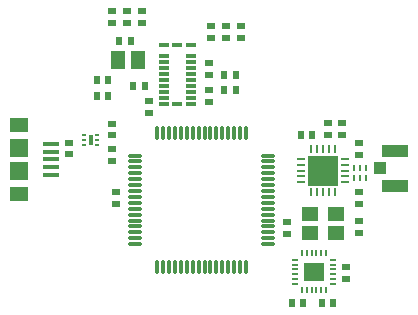
<source format=gtp>
G04*
G04 #@! TF.GenerationSoftware,Altium Limited,Altium Designer,19.1.7 (138)*
G04*
G04 Layer_Color=8421504*
%FSLAX44Y44*%
%MOMM*%
G71*
G01*
G75*
%ADD15R,0.7000X0.6000*%
%ADD16R,0.6000X0.7000*%
%ADD17R,0.3500X0.1800*%
%ADD18R,0.3000X0.9400*%
%ADD19O,0.3000X1.3000*%
%ADD20O,1.3000X0.3000*%
%ADD21R,1.3500X0.4000*%
%ADD22R,1.5500X1.5000*%
%ADD23R,1.4000X1.2000*%
%ADD24R,0.2500X0.5500*%
%ADD25R,1.7000X1.5400*%
%ADD26O,0.2000X0.6500*%
%ADD27O,0.6500X0.2000*%
%ADD28O,0.7000X0.2500*%
%ADD29O,0.2500X0.7000*%
%ADD30R,2.6000X2.6000*%
%ADD31R,1.3000X1.5000*%
%ADD32R,0.9000X0.3000*%
%ADD33R,0.8500X0.3000*%
%ADD34R,1.0500X1.0000*%
%ADD35R,2.2000X1.0500*%
%ADD36R,1.5500X1.2000*%
%ADD37R,1.5500X1.2000*%
D15*
X1041400Y885350D02*
D03*
Y895350D02*
D03*
X961390Y744380D02*
D03*
Y754380D02*
D03*
X921672Y786502D02*
D03*
Y796502D02*
D03*
X1166970Y796210D02*
D03*
Y786210D02*
D03*
X1152660Y812720D02*
D03*
Y802720D02*
D03*
X1140460Y812720D02*
D03*
Y802720D02*
D03*
X1155700Y690880D02*
D03*
Y680880D02*
D03*
X1166970Y744380D02*
D03*
Y754380D02*
D03*
X989330Y831850D02*
D03*
Y821850D02*
D03*
X957580Y898050D02*
D03*
Y908050D02*
D03*
X982980Y897890D02*
D03*
Y907890D02*
D03*
X970280Y897890D02*
D03*
Y907890D02*
D03*
X1054100Y895270D02*
D03*
Y885270D02*
D03*
X1066800Y895190D02*
D03*
Y885190D02*
D03*
X1040130Y830660D02*
D03*
Y840660D02*
D03*
Y853520D02*
D03*
Y863520D02*
D03*
X1106170Y718900D02*
D03*
Y728900D02*
D03*
X1166970Y730090D02*
D03*
Y720090D02*
D03*
X957580Y802640D02*
D03*
Y812640D02*
D03*
Y791130D02*
D03*
Y781130D02*
D03*
D16*
X1110060Y660400D02*
D03*
X1120060D02*
D03*
X1117600Y802640D02*
D03*
X1127600D02*
D03*
X975520Y844550D02*
D03*
X985520D02*
D03*
X954960Y849630D02*
D03*
X944960D02*
D03*
X954880Y835660D02*
D03*
X944880D02*
D03*
X974010Y882650D02*
D03*
X964010D02*
D03*
X1052910Y840740D02*
D03*
X1062910D02*
D03*
X1052910Y853440D02*
D03*
X1062910D02*
D03*
X1135380Y660400D02*
D03*
X1145380D02*
D03*
D17*
X945650Y794830D02*
D03*
Y798830D02*
D03*
Y802830D02*
D03*
X933950Y794830D02*
D03*
Y798830D02*
D03*
Y802830D02*
D03*
D18*
X939800Y798830D02*
D03*
D19*
X996280Y804530D02*
D03*
X1001280D02*
D03*
X1006280D02*
D03*
X1011280D02*
D03*
X1016280D02*
D03*
X1021280D02*
D03*
X1026280D02*
D03*
X1031280D02*
D03*
X1036280D02*
D03*
X1041280D02*
D03*
X1046280D02*
D03*
X1051280D02*
D03*
X1056280D02*
D03*
X1061280D02*
D03*
X1066280D02*
D03*
X1071280D02*
D03*
Y691530D02*
D03*
X1066280D02*
D03*
X1061280D02*
D03*
X1056280D02*
D03*
X1051280D02*
D03*
X1046280D02*
D03*
X1041280D02*
D03*
X1036280D02*
D03*
X1031280D02*
D03*
X1026280D02*
D03*
X1021280D02*
D03*
X1016280D02*
D03*
X1011280D02*
D03*
X1006280D02*
D03*
X1001280D02*
D03*
X996280D02*
D03*
D20*
X1090280Y785530D02*
D03*
Y780530D02*
D03*
Y775530D02*
D03*
Y770530D02*
D03*
Y765530D02*
D03*
Y760530D02*
D03*
Y755530D02*
D03*
Y750530D02*
D03*
Y745530D02*
D03*
Y740530D02*
D03*
Y735530D02*
D03*
Y730530D02*
D03*
Y725530D02*
D03*
Y720530D02*
D03*
Y715530D02*
D03*
Y710530D02*
D03*
X977280D02*
D03*
Y715530D02*
D03*
Y720530D02*
D03*
Y725530D02*
D03*
Y730530D02*
D03*
Y735530D02*
D03*
Y740530D02*
D03*
Y745530D02*
D03*
Y750530D02*
D03*
Y755530D02*
D03*
Y760530D02*
D03*
Y765530D02*
D03*
Y770530D02*
D03*
Y775530D02*
D03*
Y780530D02*
D03*
Y785530D02*
D03*
D21*
X906310Y795320D02*
D03*
Y788820D02*
D03*
Y782320D02*
D03*
Y775820D02*
D03*
Y769320D02*
D03*
D22*
X879310Y792320D02*
D03*
Y772320D02*
D03*
D23*
X1147478Y735802D02*
D03*
Y719802D02*
D03*
X1125478Y735802D02*
D03*
Y719802D02*
D03*
D24*
X1173240Y774700D02*
D03*
X1168240D02*
D03*
X1163240D02*
D03*
Y766200D02*
D03*
X1168240D02*
D03*
X1173240D02*
D03*
D25*
X1129030Y687070D02*
D03*
D26*
X1119030Y702820D02*
D03*
X1123030D02*
D03*
X1127030D02*
D03*
X1131030D02*
D03*
X1135030D02*
D03*
X1139030D02*
D03*
Y671320D02*
D03*
X1135030D02*
D03*
X1131030D02*
D03*
X1127030D02*
D03*
X1123030D02*
D03*
X1119030D02*
D03*
D27*
X1144780Y697070D02*
D03*
Y693070D02*
D03*
Y689070D02*
D03*
Y685070D02*
D03*
Y681070D02*
D03*
Y677070D02*
D03*
X1113280D02*
D03*
Y681070D02*
D03*
Y685070D02*
D03*
Y689070D02*
D03*
Y693070D02*
D03*
Y697070D02*
D03*
D28*
X1118150Y782880D02*
D03*
Y777880D02*
D03*
Y772880D02*
D03*
Y767880D02*
D03*
Y762880D02*
D03*
X1155150D02*
D03*
Y767880D02*
D03*
Y772880D02*
D03*
Y777880D02*
D03*
Y782880D02*
D03*
D29*
X1126650Y754380D02*
D03*
X1131650D02*
D03*
X1136650D02*
D03*
X1141650D02*
D03*
X1146650D02*
D03*
Y791380D02*
D03*
X1141650D02*
D03*
X1136650D02*
D03*
X1131650D02*
D03*
X1126650D02*
D03*
D30*
X1136650Y772880D02*
D03*
D31*
X980050Y866140D02*
D03*
X963050D02*
D03*
D32*
X1024890Y829345D02*
D03*
Y834408D02*
D03*
Y839470D02*
D03*
Y844532D02*
D03*
Y849595D02*
D03*
Y854658D02*
D03*
Y859720D02*
D03*
Y879345D02*
D03*
Y869845D02*
D03*
Y864782D02*
D03*
X1001890Y864782D02*
D03*
Y869845D02*
D03*
Y879345D02*
D03*
Y859720D02*
D03*
Y854658D02*
D03*
Y849595D02*
D03*
Y844532D02*
D03*
Y839470D02*
D03*
Y834408D02*
D03*
Y829345D02*
D03*
D33*
X1013390Y829345D02*
D03*
Y879345D02*
D03*
D34*
X1184750Y774700D02*
D03*
D35*
X1197750Y759950D02*
D03*
Y789450D02*
D03*
D36*
X879310Y811320D02*
D03*
D37*
X879310Y753320D02*
D03*
M02*

</source>
